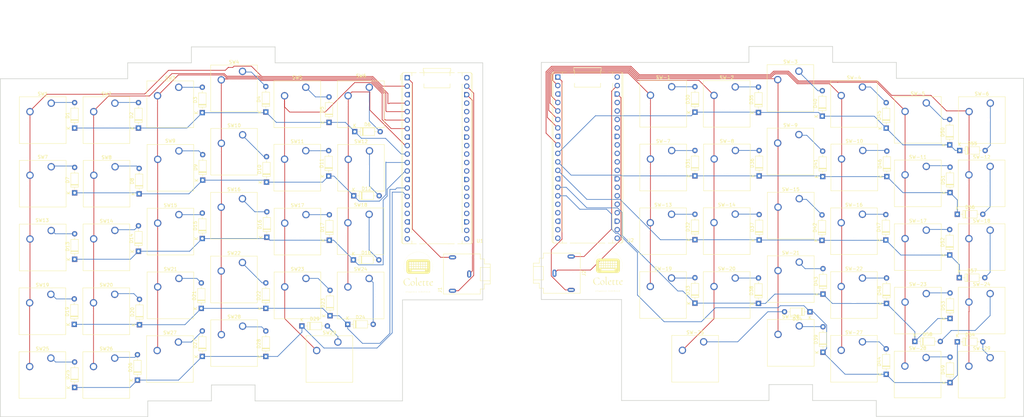
<source format=kicad_pcb>
(kicad_pcb (version 20241229) (generator "pcbnew") (generator_version "9.0")
  (layers (0 "F.Cu" signal) (2 "B.Cu" signal) (13 "F.Paste" user) (15 "B.Paste" user) (5 "F.SilkS" user "F.Silkscreen") (7 "B.SilkS" user "B.Silkscreen") (1 "F.Mask" user) (3 "B.Mask" user) (25 "Edge.Cuts" user))
  (net 0 "")
  (net 1 "Net-(D1-A)")
  (net 2 "ROW1")
  (net 3 "Net-(D2-A)")
  (net 4 "Net-(D3-A)")
  (net 5 "Net-(D4-A)")
  (net 6 "Net-(D5-A)")
  (net 7 "Net-(D6-A)")
  (net 8 "ROW2")
  (net 9 "Net-(D7-A)")
  (net 10 "Net-(D8-A)")
  (net 11 "Net-(D9-A)")
  (net 12 "Net-(D10-A)")
  (net 13 "Net-(D11-A)")
  (net 14 "Net-(D12-A)")
  (net 15 "ROW3")
  (net 16 "Net-(D13-A)")
  (net 17 "Net-(D14-A)")
  (net 18 "Net-(D15-A)")
  (net 19 "Net-(D16-A)")
  (net 20 "Net-(D17-A)")
  (net 21 "Net-(D18-A)")
  (net 22 "Net-(D19-A)")
  (net 23 "ROW4")
  (net 24 "Net-(D20-A)")
  (net 25 "Net-(D21-A)")
  (net 26 "Net-(D22-A)")
  (net 27 "Net-(D23-A)")
  (net 28 "Net-(D24-A)")
  (net 29 "ROW5")
  (net 30 "Net-(D25-A)")
  (net 31 "Net-(D26-A)")
  (net 32 "Net-(D27-A)")
  (net 33 "Net-(D28-A)")
  (net 34 "Net-(D29-A)")
  (net 35 "COL1")
  (net 36 "COL2")
  (net 37 "COL3")
  (net 38 "COL4")
  (net 39 "COL5")
  (net 40 "COL6")
  (net 56 "Net-(J1-PadS)")
  (net 58 "Net-(U1-GPIO0)")
  (net 60 "Net-(U1-VSYS)")
  (net 70 "Net-(D30-A)")
  (net 71 "RROW1")
  (net 72 "RROW2")
  (net 73 "Net-(D31-A)")
  (net 74 "RROW3")
  (net 75 "Net-(D32-A)")
  (net 76 "RROW4")
  (net 77 "Net-(D33-A)")
  (net 78 "Net-(D34-A)")
  (net 79 "RROW5")
  (net 80 "Net-(D35-A)")
  (net 81 "Net-(D36-A)")
  (net 82 "Net-(D37-A)")
  (net 83 "Net-(D38-A)")
  (net 84 "Net-(D39-A)")
  (net 85 "Net-(D40-A)")
  (net 86 "Net-(D41-A)")
  (net 87 "Net-(D42-A)")
  (net 88 "Net-(D43-A)")
  (net 89 "Net-(D44-A)")
  (net 90 "Net-(D45-A)")
  (net 91 "Net-(D46-A)")
  (net 92 "Net-(D47-A)")
  (net 93 "Net-(D48-A)")
  (net 94 "Net-(D49-A)")
  (net 95 "Net-(D50-A)")
  (net 96 "Net-(D51-A)")
  (net 97 "Net-(D52-A)")
  (net 98 "Net-(D53-A)")
  (net 99 "Net-(D54-A)")
  (net 100 "Net-(D55-A)")
  (net 101 "Net-(D56-A)")
  (net 102 "Net-(D57-A)")
  (net 103 "Net-(D58-A)")
  (net 104 "Net-(U2-GPIO0)")
  (net 105 "Net-(U2-VSYS)")
  (net 106 "Net-(J2-PadS)")
  (net 107 "RCOL1")
  (net 108 "RCOL2")
  (net 109 "RCOL3")
  (net 110 "RCOL4")
  (net 111 "RCOL5")
  (net 112 "RCOL6")
  (footprint "Button_Switch_Keyboard:SW_Cherry_MX_1.00u_PCB" (layer "F.Cu") (at 323.075 87.1075)
    (property "Reference" "SW-18")
    (property "Value" "SW_Push")
  )
  (footprint "Diode_THT:D_DO-35_SOD27_P7.62mm_Horizontal" (layer "F.Cu") (at 87.52 72.1275 90)
    (property "Reference" "D9")
    (property "Value" "1N4148")
  )
  (footprint "Diode_THT:D_DO-35_SOD27_P7.62mm_Horizontal" (layer "F.Cu") (at 291.975 130.265 90)
    (property "Reference" "D44")
    (property "Value" "1N4148")
  )
  (footprint "Diode_THT:D_DO-35_SOD27_P7.62mm_Horizontal" (layer "F.Cu") (at 87.42 51.9275 90)
    (property "Reference" "D3")
    (property "Value" "1N4148")
  )
  (footprint "Diode_THT:D_DO-35_SOD27_P7.62mm_Horizontal" (layer "F.Cu") (at 106.72 89.2275 90)
    (property "Reference" "D16")
    (property "Value" "1N4148")
  )
  (footprint "Diode_THT:D_DO-35_SOD27_P7.62mm_Horizontal" (layer "F.Cu") (at 49.22 56.5275 90)
    (property "Reference" "D1")
    (property "Value" "1N4148")
  )
  (footprint "Button_Switch_Keyboard:SW_Cherry_MX_1.00u_PCB" (layer "F.Cu") (at 61.22 125.42)
    (property "Reference" "SW26")
    (property "Value" "SW_Push")
  )
  (footprint "Button_Switch_Keyboard:SW_Cherry_MX_1.00u_PCB" (layer "F.Cu") (at 137.32 101.5775)
    (property "Reference" "SW24")
    (property "Value" "SW_Push")
  )
  (footprint "Diode_THT:D_DO-35_SOD27_P7.62mm_Horizontal" (layer "F.Cu") (at 106.62 72.7275 90)
    (property "Reference" "D10")
    (property "Value" "1N4148")
  )
  (footprint "Diode_THT:D_DO-35_SOD27_P7.62mm_Horizontal" (layer "F.Cu") (at 234.775 89.965 90)
    (property "Reference" "D32")
    (property "Value" "1N4148")
  )
  (footprint "Diode_THT:D_DO-35_SOD27_P7.62mm_Horizontal" (layer "F.Cu") (at 272.775 90.155 90)
    (property "Reference" "D42")
    (property "Value" "1N4148")
  )
  (footprint "Button_Switch_Keyboard:SW_Cherry_MX_1.00u_PCB" (layer "F.Cu") (at 303.925 125.2675)
    (property "Reference" "SW-28")
    (property "Value" "SW_Push")
  )
  (footprint "Button_Switch_Keyboard:SW_Cherry_MX_1.00u_PCB" (layer "F.Cu") (at 265.975 96.6825)
    (property "Reference" "SW-21")
    (property "Value" "SW_Push")
  )
  (footprint "Button_Switch_Keyboard:SW_Cherry_MX_2.00u_PCB" (layer "F.Cu") (at 127.97 120.6175)
    (property "Reference" "SW29")
    (property "Value" "SW_Push")
  )
  (footprint "Diode_THT:D_DO-35_SOD27_P7.62mm_Horizontal" (layer "F.Cu") (at 106.42 124.9275 90)
    (property "Reference" "D28")
    (property "Value" "1N4148")
  )
  (footprint "Button_Switch_Keyboard:SW_Cherry_MX_1.00u_PCB" (layer "F.Cu") (at 99.42 96.795)
    (property "Reference" "SW22")
    (property "Value" "SW_Push")
  )
  (footprint "Diode_THT:D_DO-35_SOD27_P7.62mm_Horizontal" (layer "F.Cu") (at 125.62 112.7275 90)
    (property "Reference" "D23")
    (property "Value" "1N4148")
  )
  (footprint "Connector_Audio:Jack_3.5mm_CUI_SJ1-3523N_Horizontal" (layer "F.Cu") (at 192.75 100 -90)
    (property "Reference" "J2")
    (property "Value" "AudioJack3")
  )
  (footprint "Button_Switch_Keyboard:SW_Cherry_MX_1.00u_PCB" (layer "F.Cu") (at 137.37 44.3175)
    (property "Reference" "SW6")
    (property "Value" "SW_Push")
  )
  (footprint "Diode_THT:D_DO-35_SOD27_P7.62mm_Horizontal" (layer "F.Cu") (at 273.075 106.255 90)
    (property "Reference" "D43")
    (property "Value" "1N4148")
  )
  (footprint "Button_Switch_Keyboard:SW_Cherry_MX_1.00u_PCB" (layer "F.Cu") (at 227.815 63.265)
    (property "Reference" "SW-7")
    (property "Value" "SW_Push")
  )
  (footprint "Diode_THT:D_DO-35_SOD27_P7.62mm_Horizontal" (layer "F.Cu") (at 273.075 123.655 90)
    (property "Reference" "D39")
    (property "Value" "1N4148")
  )
  (footprint "Button_Switch_Keyboard:SW_Cherry_MX_1.00u_PCB" (layer "F.Cu") (at 246.875 63.245)
    (property "Reference" "SW-8")
    (property "Value" "SW_Push")
  )
  (footprint "Button_Switch_Keyboard:SW_Cherry_MX_1.00u_PCB" (layer "F.Cu") (at 303.975 87.1075)
    (property "Reference" "SW-17")
    (property "Value" "SW_Push")
  )
  (footprint "Button_Switch_Keyboard:SW_Cherry_MX_1.00u_PCB" (layer "F.Cu") (at 118.37 63.3175)
    (property "Reference" "SW11")
    (property "Value" "SW_Push")
  )
  (footprint "Button_Switch_Keyboard:SW_Cherry_MX_1.00u_PCB" (layer "F.Cu") (at 118.37 44.3175)
    (property "Reference" "SW5")
    (property "Value" "SW_Push")
  )
  (footprint "Button_Switch_Keyboard:SW_Cherry_MX_1.00u_PCB" (layer "F.Cu") (at 303.975 49.0075)
    (property "Reference" "SW-5")
    (property "Value" "SW_Push")
  )
  (footprint "Button_Switch_Keyboard:SW_Cherry_MX_1.00u_PCB" (layer "F.Cu") (at 80.37 44.3175)
    (property "Reference" "SW3")
    (property "Value" "SW_Push")
  )
  (footprint "Diode_THT:D_DO-35_SOD27_P7.62mm_Horizontal" (layer "F.Cu") (at 311.075 113.555 90)
    (property "Reference" "D53")
    (property "Value" "1N4148")
  )
  (footprint "Button_Switch_Keyboard:SW_Cherry_MX_1.00u_PCB" (layer "F.Cu") (at 284.975 63.245)
    (property "Reference" "SW-10")
    (property "Value" "SW_Push")
  )
  (footprint "Button_Switch_Keyboard:SW_Cherry_MX_2.00u_PCB" (layer "F.Cu") (at 237.375 120.545)
    (property "Reference" "SW-25")
    (property "Value" "SW_Push")
  )
  (footprint "Button_Switch_Keyboard:SW_Cherry_MX_1.00u_PCB" (layer "F.Cu") (at 246.825 82.305)
    (property "Reference" "SW-14")
    (property "Value" "SW_Push")
  )
  (footprint "Button_Switch_Keyboard:SW_Cherry_MX_1.00u_PCB" (layer "F.Cu") (at 284.875 120.545)
    (property "Reference" "SW-27")
    (property "Value" "SW_Push")
  )
  (footprint "Diode_THT:D_DO-35_SOD27_P7.62mm_Horizontal" (layer "F.Cu") (at 133.01 57.6075)
    (property "Reference" "D6")
    (property "Value" "1N4148")
  )
  (footprint "Button_Switch_Keyboard:SW_Cherry_MX_1.00u_PCB" (layer "F.Cu") (at 323.075 68.0075)
    (property "Reference" "SW-12")
    (property "Value" "SW_Push")
  )
  (footprint "Button_Switch_Keyboard:SW_Cherry_MX_1.00u_PCB" (layer "F.Cu") (at 80.42 101.5575)
    (property "Reference" "SW21")
    (property "Value" "SW_Push")
  )
  (footprint "Diode_THT:D_DO-35_SOD27_P7.62mm_Horizontal" (layer "F.Cu") (at 253.775 109.055 90)
    (property "Reference" "D38")
    (property "Value" "1N4148")
  )
  (footprint "Diode_THT:D_DO-35_SOD27_P7.62mm_Horizontal" (layer "F.Cu") (at 234.775 70.855 90)
    (property "Reference" "D31")
    (property "Value" "1N4148")
  )
  (footprint "Button_Switch_Keyboard:SW_Cherry_MX_1.00u_PCB" (layer "F.Cu") (at 265.975 115.7825)
    (property "Reference" "SW-26")
    (property "Value" "SW_Push")
  )
  (footprint "Button_Switch_Keyboard:SW_Cherry_MX_1.00u_PCB" (layer "F.Cu") (at 80.42 82.4575)
    (property "Reference" "SW15")
    (property "Value" "SW_Push")
  )
  (footprint "Diode_THT:D_DO-35_SOD27_P7.62mm_Horizontal" (layer "F.Cu") (at 310.975 94.555 90)
    (property "Reference" "D52")
    (property "Value" "1N4148")
  )
  (footprint "Button_Switch_Keyboard:SW_Cherry_MX_1.00u_PCB" (layer "F.Cu") (at 137.32 82.3575)
    (property "Reference" "SW18")
    (property "Value" "SW_Push")
  )
  (footprint "Diode_THT:D_DO-35_SOD27_P7.62mm_Horizontal" (layer "F.Cu") (at 125.42 90.1175 90)
    (property "Reference" "D17")
    (property "Value" "1N4148")
  )
  (footprint "Button_Switch_Keyboard:SW_Cherry_MX_1.00u_PCB" (layer "F.Cu") (at 80.27 120.6175)
    (property "Reference" "SW27")
    (property "Value" "SW_Push")
  )
  (footprint "Diode_THT:D_DO-35_SOD27_P7.62mm_Horizontal" (layer "F.Cu") (at 253.975 70.855 90)
    (property "Reference" "D36")
    (property "Value" "1N4148")
  )
  (footprint "Button_Switch_Keyboard:SW_Cherry_MX_1.00u_PCB" (layer "F.Cu") (at 227.775 101.445)
    (property "Reference" "SW-19")
    (property "Value" "SW_Push")
  )
  (footprint "Button_Switch_Keyboard:SW_Cherry_MX_1.00u_PCB" (layer "F.Cu") (at 323.125 49.0675)
    (property "Reference" "SW-6")
    (property "Value" "SW_Push")
  )
  (footprint "Diode_THT:D_DO-35_SOD27_P7.62mm_Horizontal" (layer "F.Cu") (at 125.22 70.9075 90)
    (property "Reference" "D11")
    (property "Value" "1N4148")
  )
  (footprint "Diode_THT:D_DO-35_SOD27_P7.62mm_Horizontal" (layer "F.Cu") (at 272.875 52.965 90)
    (property "Reference" "D40")
    (property "Value" "1N4148")
  )
  (footprint "Diode_THT:D_DO-35_SOD27_P7.62mm_Horizontal" (layer "F.Cu") (at 291.875 90.065 90)
    (property "Reference" "D47")
    (property "Value" "1N4148")
  )
  (footprint "Diode_THT:D_DO-35_SOD27_P7.62mm_Horizontal" (layer "F.Cu") (at 68.62 115.4275 90)
    (property "Reference" "D20")
    (property "Value" "1N4148")
  )
  (footprint "Button_Switch_Keyboard:SW_Cherry_MX_1.00u_PCB" (layer "F.Cu") (at 61.27 87.18)
    (property "Reference" "SW14")
    (property "Value" "SW_Push")
  )
  (footprint "Diode_THT:D_DO-35_SOD27_P7.62mm_Horizontal" (layer "F.Cu") (at 313.955 63.245)
    (property "Reference" "D55")
    (property "Value" "1N4148")
  )
  (footprint "Diode_THT:D_DO-35_SOD27_P7.62mm_Horizontal" (layer "F.Cu") (at 292.175 71.055 90)
    (property "Reference" "D46")
    (property "Value" "1N4148")
  )
  (footprint "Diode_THT:D_DO-35_SOD27_P7.62mm_Horizontal" (layer "F.Cu") (at 313.265 120.545)
    (property "Reference" "D54")
    (property "Value" "1N4148")
  )
  (footprint "LOGO" (layer "F.Cu") (at 208.75 99.5)
    (property "Reference" "G***" (hide yes))
    (property "Value" "LOGO" (hide yes))
  )
  (footprint "Button_Switch_Keyboard:SW_Cherry_MX_1.00u_PCB" (layer "F.Cu") (at 284.875 82.345)
    (property "Reference" "SW-16")
    (property "Value" "SW_Push")
  )
  (footprint "Diode_THT:D_DO-35_SOD27_P7.62mm_Horizontal" (layer "F.Cu") (at 49.12 115.3175 90)
    (property "Reference" "D19")
    (property "Value" "1N4148")
  )
  (footprint "Diode_THT:D_DO-35_SOD27_P7.62mm_Horizontal" (layer "F.Cu") (at 49.22 75.9275 90)
    (property "Reference" "D7")
    (property "Value" "1N4148")
  )
  (footprint "Button_Switch_Keyboard:SW_Cherry_MX_1.00u_PCB" (layer "F.Cu") (at 61.27 49.08)
    (property "Reference" "SW2")
    (property "Value" "SW_Push")
  )
  (footprint "Button_Switch_Keyboard:SW_Cherry_MX_1.00u_PCB" (layer "F.Cu") (at 99.47 115.855)
    (property "Reference" "SW28")
    (property "Value" "SW_Push")
  )
  (footprint "Diode_THT:D_DO-35_SOD27_P7.62mm_Horizontal" (layer "F.Cu") (at 125.32 54.8275 90)
    (property "Reference" "D5")
    (property "Value" "1N4148")
  )
  (footprint "Module:RaspberryPi_Pico_Common_THT" (layer "F.Cu") (at 148.72 41.4475)
    (property "Reference" "U1")
    (property "Value" "Pico")
  )
  (footprint "LOGO" (layer "F.Cu") (at 152 99.75)
    (property "Reference" "G***" (hide yes))
    (property "Value" "LOGO" (hide yes))
  )
  (footprint "Button_Switch_Keyboard:SW_Cherry_MX_1.00u_PCB" (layer "F.Cu") (at 42.22 49.08)
    (property "Reference" "SW1")
    (property "Value" "SW_Push")
  )
  (footprint "Diode_THT:D_DO-35_SOD27_P7.62mm_Horizontal" (layer "F.Cu") (at 87.42 89.6175 90)
    (property "Reference" "D15")
    (property "Value" "1N4148")
  )
  (footprint "Button_Switch_Keyboard:SW_Cherry_MX_1.00u_PCB" (layer "F.Cu") (at 303.975 68.0075)
    (property "Reference" "SW-11")
    (property "Value" "SW_Push")
  )
  (footprint "Module:RaspberryPi_Pico_Common_THT" (layer "F.Cu") (at 193.75 41.25)
    (property "Reference" "U2")
    (property "Value" "Pico")
  )
  (footprint "Diode_THT:D_DO-35_SOD27_P7.62mm_Horizontal" (layer "F.Cu") (at 269.185 111.545 180)
    (property "Reference" "D34")
    (property "Value" "1N4148")
  )
  (footprint "Button_Switch_Keyboard:SW_Cherry_MX_1.00u_PCB" (layer "F.Cu") (at 42.22 87.22)
    (property "Reference" "SW13")
    (property "Value" "SW_Push")
  )
  (footprint "Button_Switch_Keyboard:SW_Cherry_MX_1.00u_PCB" (layer "F.Cu") (at 323.075 125.3075)
    (property "Reference" "SW-29")
    (property "Value" "SW_Push")
  )
  (footprint "Diode_THT:D_DO-35_SOD27_P7.62mm_Horizontal" (layer "F.Cu") (at 311.075 132.755 90)
    (property "Reference" "D49")
    (property "Value" "1N4148")
  )
  (footprint "Button_Switch_Keyboard:SW_Cherry_MX_1.00u_PCB" (layer "F.Cu") (at 227.775 82.345)
    (property "Reference" "SW-13")
    (property "Value" "SW_Push")
  )
  (footprint "Diode_THT:D_DO-35_SOD27_P7.62mm_Horizontal" (layer "F.Cu") (at 132.61 96.0075)
    (property "Reference" "D18")
    (property "Value" "1N4148")
  )
  (footprint "Diode_THT:D_DO-35_SOD27_P7.62mm_Horizontal" (layer "F.Cu") (at 313.255 82.345)
    (property "Reference" "D56")
    (property "Value" "1N4148")
  )
  (footprint "Button_Switch_Keyboard:SW_Cherry_MX_1.00u_PCB" (layer "F.Cu") (at 99.44 39.555)
    (property "Reference" "SW4")
    (property "Value" "SW_Push")
  )
  (footprint "Diode_THT:D_DO-35_SOD27_P7.62mm_Horizontal" (layer "F.Cu") (at 300.555 120.445)
    (property "Reference" "D58")
    (property "Value" "1N4148")
  )
  (footprint "Button_Switch_Keyboard:SW_Cherry_MX_1.00u_PCB" (layer "F.Cu") (at 118.42 82.4575)
    (property "Reference" "SW17")
    (property "Value" "SW_Push")
  )
  (footprint "Diode_THT:D_DO-35_SOD27_P7.62mm_Horizontal" (layer "F.Cu") (at 132.7 76.8075)
    (property "Reference" "D12")
    (property "Value" "1N4148")
  )
  (footprint "Button_Switch_Keyboard:SW_Cherry_MX_1.00u_PCB" (layer "F.Cu") (at 284.875 101.445)
    (property "Reference" "SW-22")
    (property "Value" "SW_Push")
  )
  (footprint "Diode_THT:D_DO-35_SOD27_P7.62mm_Horizontal" (layer "F.Cu") (at 87.12 110.5275 90)
    (property "Reference" "D21")
    (property "Value" "1N4148")
  )
  (footprint "Diode_THT:D_DO-35_SOD27_P7.62mm_Horizontal" (layer "F.Cu") (at 311.075 75.865 90)
    (property "Reference" "D51")
    (property "Value" "1N4148")
  )
  (footprint "Diode_THT:D_DO-35_SOD27_P7.62mm_Horizontal" (layer "F.Cu") (at 253.975 90.055 90)
    (property "Reference" "D37")
    (property "Value" "1N4148")
  )
  (footprint "Diode_THT:D_DO-35_SOD27_P7.62mm_Horizontal" (layer "F.Cu") (at 313.855 101.345)
    (property "Reference" "D57")
    (property "Value" "1N4148")
  )
  (footprint "Button_Switch_Keyboard:SW_Cherry_MX_1.00u_PCB" (layer "F.Cu") (at 42.12 125.42)
    (property "Reference" "SW25")
    (property "Value" "SW_Push")
  )
  (footprint "Diode_THT:D_DO-35_SOD27_P7.62mm_Horizontal" (layer "F.Cu") (at 291.975 56.555 90)
    (property "Reference" "D45")
    (property "Value" "1N4148")
  )
  (footprint "Diode_THT:D_DO-35_SOD27_P7.62mm_Horizontal" (layer "F.Cu") (at 272.975 71.065 90)
    (property "Reference" "D41")
    (property "Value" "1N4148")
  )
  (footprint "Diode_THT:D_DO-35_SOD27_P7.62mm_Horizontal" (layer "F.Cu") (at 234.775 108.965 90)
    (property "Reference" "D33")
    (property "Value" "1N4148")
  )
  (footprint "Diode_THT:D_DO-35_SOD27_P7.62mm_Horizontal" (layer "F.Cu") (at 68.32 56.5275 90)
    (property "Reference" "D2")
    (property "Value" "1N4148")
  )
  (footprint "Diode_THT:D_DO-35_SOD27_P7.62mm_Horizontal" (layer "F.Cu") (at 117.21 115.8075)
    (property "Reference" "D29")
    (property "Value" "1N4148")
  )
  (footprint "Button_Switch_Keyboard:SW_Cherry_MX_1.00u_PCB" (layer "F.Cu") (at 265.975 77.6825)
    (property "Reference" "SW-15")
    (property "Value" "SW_Push")
  )
  (footprint "Button_Switch_Keyboard:SW_Cherry_MX_1.00u_PCB" (layer "F.Cu") (at 303.975 106.1075)
    (property "Reference" "SW-23")
    (property "Value" "SW_Push")
  )
  (footprint "Diode_THT:D_DO-35_SOD27_P7.62mm_Horizontal" (layer "F.Cu") (at 130.91 115.3075)
    (property "Reference" "D24")
    (property "Value" "1N4148")
  )
  (footprint "Button_Switch_Keyboard:SW_Cherry_MX_1.00u_PCB" (layer "F.Cu") (at 61.32 68.12)
    (property "Reference" "SW8")
    (property "Value" "SW_Push")
  )
  (footprint "Diode_THT:D_DO-35_SOD27_P7.62mm_Horizontal" (layer "F.Cu") (at 106.42 110.5175 90)
    (property "Reference" "D22")
    (property "Value" "1N4148")
  )
  (footprint "Diode_THT:D_DO-35_SOD27_P7.62mm_Horizontal" (layer "F.Cu") (at 253.775 51.865 90)
    (property "Reference" "D35")
    (property "Value" "1N4148")
  )
  (footprint "Button_Switch_Keyboard:SW_Cherry_MX_1.00u_PCB" (layer "F.Cu") (at 99.42 77.695)
    (property "Reference" "SW16")
    (property "Value" "SW_Push")
  )
  (footprint "Button_Switch_Keyboard:SW_Cherry_MX_1.00u_PCB" (layer "F.Cu") (at 246.825 101.445)
    (property "Reference" "SW-20")
    (property "Value" "SW_Push")
  )
  (footprint "Diode_THT:D_DO-35_SOD27_P7.62mm_Horizontal" (layer "F.Cu") (at 68.02 132.0175 90)
    (property "Reference" "D26")
    (property "Value" "1N4148")
  )
  (footprint "Diode_THT:D_DO-35_SOD27_P7.62mm_Horizontal" (layer "F.Cu") (at 106.42 51.7175 90)
    (property "Reference" "D4")
    (property "Value" "1N4148")
  )
  (footprint "Diode_THT:D_DO-35_SOD27_P7.62mm_Horizontal" (layer "F.Cu") (at 68.32 93.4175 90)
    (property "Reference" "D14")
    (property "Value" "1N4148")
  )
  (footprint "Button_Switch_Keyboard:SW_Cherry_MX_1.00u_PCB" (layer "F.Cu") (at 80.42 63.3575)
    (property "Reference" "SW9")
    (property "Value" "SW_Push")
  )
  (footprint "Button_Switch_Keyboard:SW_Cherry_MX_1.00u_PCB" (layer "F.Cu") (at 265.875 58.4825)
    (property "Reference" "SW-9")
    (property "Value" "SW_Push")
  )
  (footprint "Diode_THT:D_DO-35_SOD27_P7.62mm_Horizontal" (layer "F.Cu") (at 68.52 76.2275 90)
    (property "Reference" "D8")
    (property "Value" "1N4148")
  )
  (footprint "Diode_THT:D_DO-35_SOD27_P7.62mm_Horizontal" (layer "F.Cu") (at 87.42 124.9175 90)
    (property "Reference" "D27")
    (property "Value" "1N4148")
  )
  (footprint "Button_Switch_Keyboard:SW_Cherry_MX_1.00u_PCB" (layer "F.Cu") (at 227.815 44.165)
    (property "Reference" "SW-1")
    (property "Value" "SW_Push")
  )
  (footprint "Connector_Audio:Jack_3.5mm_CUI_SJ1-3523N_Horizontal" (layer "F.Cu") (at 167.25 100.25 90)
    (property "Reference" "J1")
    (property "Value" "AudioJack3")
  )
  (footprint "Button_Switch_Keyboard:SW_Cherry_MX_1.00u_PCB" (layer "F.Cu") (at 99.47 58.555)
    (property "Reference" "SW10")
    (property "Value" "SW_Push")
  )
  (footprint "Button_Switch_Keyboard:SW_Cherry_MX_1.00u_PCB" (layer "F.Cu") (at 323.075 106.1075)
    (property "Reference" "SW-24")
    (property "Value" "SW_Push")
  )
  (footprint "Diode_THT:D_DO-35_SOD27_P7.62mm_Horizontal" (layer "F.Cu") (at 234.775 51.765 90)
    (property "Reference" "D30")
    (property "Value" "1N4148")
  )
  (footprint "Button_Switch_Keyboard:SW_Cherry_MX_1.00u_PCB" (layer "F.Cu") (at 284.875 44.245)
    (property "Reference" "SW-4")
    (property "Value" "SW_Push")
  )
  (footprint "Button_Switch_Keyboard:SW_Cherry_MX_1.00u_PCB" (layer "F.Cu") (at 42.22 68.12)
    (property "Reference" "SW7")
    (property "Value" "SW_Push")
  )
  (footprint "Diode_THT:D_DO-35_SOD27_P7.62mm_Horizontal" (layer "F.Cu") (at 49.22 134.2175 90)
    (property "Reference" "D25")
    (property "Value" "1N4148")
  )
  (footprint "Diode_THT:D_DO-35_SOD27_P7.62mm_Horizontal" (layer "F.Cu") (at 49.22 95.8175 90)
    (property "Reference" "D13")
    (property "Value" "1N4148")
  )
  (footprint "Button_Switch_Keyboard:SW_Cherry_MX_1.00u_PCB" (layer "F.Cu") (at 118.42 101.5575)
    (property "Reference" "SW23")
    (property "Value" "SW_Push")
  )
  (footprint "Button_Switch_Keyboard:SW_Cherry_MX_1.00u_PCB" (layer "F.Cu") (at 246.825 44.205)
    (property "Reference" "SW-2")
    (property "Value" "SW_Push")
  )
  (footprint "Button_Switch_Keyboard:SW_Cherry_MX_1.00u_PCB" (layer "F.Cu") (at 137.42 63.3575)
    (property "Reference" "SW12")
    (property "Value" "SW_Push")
  )
  (footprint "Button_Switch_Keyboard:SW_Cherry_MX_1.00u_PCB" (layer "F.Cu") (at 265.875 39.4825)
    (property "Reference" "SW-3")
    (property "Value" "SW_Push")
  )
  (footprint "Diode_THT:D_DO-35_SOD27_P7.62mm_Horizontal" (layer "F.Cu") (at 310.975 61.565 90)
    (property "Reference" "D50")
    (property "Value" "1N4148")
  )
  (footprint "Button_Switch_Keyboard:SW_Cherry_MX_1.00u_PCB" (layer "F.Cu") (at 42.12 106.32)
    (property "Reference" "SW19")
    (property "Value" "SW_Push")
  )
  (footprint "Button_Switch_Keyboard:SW_Cherry_MX_1.00u_PCB" (layer "F.Cu") (at 61.22 106.32)
    (property "Reference" "SW20")
    (property "Value" "SW_Push")
  )
  (footprint "Diode_THT:D_DO-35_SOD27_P7.62mm_Horizontal" (layer "F.Cu") (at 292.075 109.055 90)
    (property "Reference" "D48")
    (property "Value" "1N4148")
  )
  (gr_line (start 103.2 138.2375) (end 103.2 133.475) (stroke (width 0.2)) (layer "Edge.Cuts"))
  (gr_line (start 103.2 133.475) (end 90.15 133.475) (stroke (width 0.2)) (layer "Edge.Cuts"))
  (gr_line (start 84.15 32.225) (end 109.2 32.225) (stroke (width 0.2)) (layer "Edge.Cuts"))
  (gr_line (start 90.15 133.475) (end 90.15 138.2375) (stroke (width 0.2)) (layer "Edge.Cuts"))
  (gr_line (start 27 41.75) (end 27 143) (stroke (width 0.2)) (layer "Edge.Cuts"))
  (gr_line (start 147.3 138.2375) (end 103.2 138.2375) (stroke (width 0.2)) (layer "Edge.Cuts"))
  (gr_line (start 256.915 138.125) (end 256.915 133.3625) (stroke (width 0.2)) (layer "Edge.Cuts"))
  (gr_line (start 295.015 36.875) (end 275.965 36.875) (stroke (width 0.2)) (layer "Edge.Cuts"))
  (gr_line (start 171.3 36.9875) (end 171.3 107.9875) (stroke (width 0.2)) (layer "Edge.Cuts"))
  (gr_line (start 295.015 41.6375) (end 295.015 36.875) (stroke (width 0.2)) (layer "Edge.Cuts"))
  (gr_line (start 269.965 138.125) (end 289.015 138.125) (stroke (width 0.2)) (layer "Edge.Cuts"))
  (gr_line (start 256.915 133.3625) (end 269.965 133.3625) (stroke (width 0.2)) (layer "Edge.Cuts"))
  (gr_line (start 212.815 107.875) (end 212.815 138.125) (stroke (width 0.2)) (layer "Edge.Cuts"))
  (gr_line (start 171.3 107.9875) (end 147.3 107.9875) (stroke (width 0.2)) (layer "Edge.Cuts"))
  (gr_line (start 90.15 138.2375) (end 71.1 138.2375) (stroke (width 0.2)) (layer "Edge.Cuts"))
  (gr_line (start 333.115 41.6375) (end 295.015 41.6375) (stroke (width 0.2)) (layer "Edge.Cuts"))
  (gr_line (start 65.1 41.75) (end 65.1 36.9875) (stroke (width 0.2)) (layer "Edge.Cuts"))
  (gr_line (start 109.2 32.225) (end 109.2 36.9875) (stroke (width 0.2)) (layer "Edge.Cuts"))
  (gr_line (start 250.915 32.1125) (end 250.915 36.875) (stroke (width 0.2)) (layer "Edge.Cuts"))
  (gr_line (start 289.015 142.8875) (end 333.115 142.8875) (stroke (width 0.2)) (layer "Edge.Cuts"))
  (gr_line (start 289.015 138.125) (end 289.015 142.8875) (stroke (width 0.2)) (layer "Edge.Cuts"))
  (gr_line (start 65.1 36.9875) (end 84.15 36.9875) (stroke (width 0.2)) (layer "Edge.Cuts"))
  (gr_line (start 71.1 143) (end 27 143) (stroke (width 0.2)) (layer "Edge.Cuts"))
  (gr_line (start 109.2 36.9875) (end 171.3 36.9875) (stroke (width 0.2)) (layer "Edge.Cuts"))
  (gr_line (start 71.1 138.2375) (end 71.1 143) (stroke (width 0.2)) (layer "Edge.Cuts"))
  (gr_line (start 27 41.75) (end 65.1 41.75) (stroke (width 0.2)) (layer "Edge.Cuts"))
  (gr_line (start 188.815 107.875) (end 212.815 107.875) (stroke (width 0.2)) (layer "Edge.Cuts"))
  (gr_line (start 275.965 32.1125) (end 250.915 32.1125) (stroke (width 0.2)) (layer "Edge.Cuts"))
  (gr_line (start 147.3 107.9875) (end 147.3 138.2375) (stroke (width 0.2)) (layer "Edge.Cuts"))
  (gr_line (start 275.965 36.875) (end 275.965 32.1125) (stroke (width 0.2)) (layer "Edge.Cuts"))
  (gr_line (start 188.815 36.875) (end 188.815 107.875) (stroke (width 0.2)) (layer "Edge.Cuts"))
  (gr_line (start 212.815 138.125) (end 256.915 138.125) (stroke (width 0.2)) (layer "Edge.Cuts"))
  (gr_line (start 269.965 133.3625) (end 269.965 138.125) (stroke (width 0.2)) (layer "Edge.Cuts"))
  (gr_line (start 250.915 36.875) (end 188.815 36.875) (stroke (width 0.2)) (layer "Edge.Cuts"))
  (gr_line (start 333.115 41.6375) (end 333.115 142.8875) (stroke (width 0.2)) (layer "Edge.Cuts"))
  (gr_line (start 84.15 36.9875) (end 84.15 32.225) (stroke (width 0.2)) (layer "Edge.Cuts"))
  (segment (start 49.18 48.8675) (end 49.22 48.9075) (width 0.2) (layer "B.Cu") (net 1))
  (segment (start 42.22 48.8675) (end 49.18 48.8675) (width 0.2) (layer "B.Cu") (net 1))
  (segment (start 87.42 51.9275) (end 106.21 51.9275) (width 0.2) (layer "B.Cu") (net 2))
  (segment (start 106.21 51.9275) (end 106.42 51.7175) (width 0.2) (layer "B.Cu") (net 2))
  (segment (start 68.32 56.5275) (end 82.82 56.5275) (width 0.2) (layer "B.Cu") (net 2))
  (segment (start 133.01 57.6075) (end 135.01 59.6075) (width 0.2) (layer "B.Cu") (net 2))
  (segment (start 146.92 64.3075) (end 148.14 64.3075) (width 0.2) (layer "B.Cu") (net 2))
  (segment (start 106.42 51.7175) (end 109.53 54.8275) (width 0.2) (layer "B.Cu") (net 2))
  (segment (start 125.32 54.8275) (end 130.23 54.8275) (width 0.2) (layer "B.Cu") (net 2))
  (segment (start 109.53 54.8275) (end 125.32 54.8275) (width 0.2) (layer "B.Cu") (net 2))
  (segment (start 142.22 59.6075) (end 146.92 64.3075) (width 0.2) (layer "B.Cu") (net 2))
  (segment (start 49.22 56.5275) (end 68.32 56.5275) (width 0.2) (layer "B.Cu") (net 2))
  (segment (start 130.23 54.8275) (end 133.01 57.6075) (width 0.2) (layer "B.Cu") (net 2))
  (segment (start 135.01 59.6075) (end 142.22 59.6075) (width 0.2) (layer "B.Cu") (net 2))
  (segment (start 82.82 56.5275) (end 87.42 51.9275) (width 0.2) (layer "B.Cu") (net 2))
  (segment (start 68.28 48.8675) (end 68.32 48.9075) (width 0.2) (layer "B.Cu") (net 3))
  (segment (start 61.27 48.8675) (end 68.28 48.8675) (width 0.2) (layer "B.Cu") (net 3))
  (segment (start 87.41 44.3175) (end 87.42 44.3075) (width 0.2) (layer "B.Cu") (net 4))
  (segment (start 80.37 44.3175) (end 87.41 44.3175) (width 0.2) (layer "B.Cu") (net 4))
  (segment (start 102.09 39.7675) (end 106.42 44.0975) (width 0.2) (layer "B.Cu") (net 5))
  (segment (start 99.44 39.7675) (end 102.09 39.7675) (width 0.2) (layer "B.Cu") (net 5))
  (segment (start 121.26 47.2075) (end 125.32 47.2075) (width 0.2) (layer "B.Cu") (net 6))
  (segment (start 118.37 44.3175) (end 121.26 47.2075) (width 0.2) (layer "B.Cu") (net 6))
  (segment (start 137.37 54.3475) (end 137.37 44.3175) (width 0.2) (layer "B.Cu") (net 7))
  (segment (start 140.63 57.6075) (end 137.37 54.3475) (width 0.2) (layer "B.Cu") (net 7))
  (segment (start 140.42 78.4075) (end 142.32 76.5075) (width 0.2) (layer "B.Cu") (net 8))
  (segment (start 106.62 72.7275) (end 123.4 72.7275) (width 0.2) (layer "B.Cu") (net 8))
  (segment (start 123.4 72.7275) (end 125.22 70.9075) (width 0.2) (layer "B.Cu") (net 8))
  (segment (start 132.7 76.8075) (end 134.3 78.4075) (width 0.2) (layer "B.Cu") (net 8))
  (segment (start 142.32 66.7075) (end 142.46 66.8475) (width 0.2) (layer "B.Cu") (net 8))
  (segment (start 49.22 75.9275) (end 68.22 75.9275) (width 0.2) (layer "B.Cu") (net 8))
  (segment (start 125.22 70.9075) (end 126.8 70.9075) (width 0.2) (layer "B.Cu") (net 8))
  (segment (start 142.32 76.5075) (end 142.32 66.7075) (width 0.2) (layer "B.Cu") (net 8))
  (segment (start 68.22 75.9275) (end 68.52 76.2275) (width 0.2) (layer "B.Cu") (net 8))
  (segment (start 83.42 76.2275) (end 87.52 72.1275) (width 0.2) (layer "B.Cu") (net 8))
  (segment (start 68.52 76.2275) (end 83.42 76.2275) (width 0.2) (layer "B.Cu") (net 8))
  (segment (start 106.02 72.1275) (end 106.62 72.7275) (width 0.2) (layer "B.Cu") (net 8))
  (segment (start 87.52 72.1275) (end 106.02 72.1275) (width 0.2) (layer "B.Cu") (net 8))
  (segment (start 134.3 78.4075) (end 140.42 78.4075) (width 0.2) (layer "B.Cu") (net 8))
  (segment (start 126.8 70.9075) (end 132.7 76.8075) (width 0.2) (layer "B.Cu") (net 8))
  (segment (start 142.46 66.8475) (end 148.14 66.8475) (width 0.2) (layer "B.Cu") (net 8))
  (segment (start 48.82 67.9075) (end 49.22 68.3075) (width 0.2) (layer "B.Cu") (net 9))
  (segment (start 42.22 67.9075) (end 48.82 67.9075) (width 0.2) (layer "B.Cu") (net 9))
  (segment (start 61.32 67.9075) (end 67.82 67.9075) (width 0.2) (layer "B.Cu") (net 10))
  (segment (start 67.82 67.9075) (end 68.52 68.6075) (width 0.2) (layer "B.Cu") (net 10))
  (segment (start 86.37 63.3575) (end 87.52 64.5075) (width 0.2) (layer "B.Cu") (net 11))
  (segment (start 80.42 63.3575) (end 86.37 63.3575) (width 0.2) (layer "B.Cu") (net 11))
  (segment (start 99.47 58.7675) (end 105.81 65.1075) (width 0.2) (layer "B.Cu") (net 12))
  (segment (start 105.81 65.1075) (end 106.62 65.1075) (width 0.2) (layer "B.Cu") (net 12))
  (segment (start 118.37 63.3175) (end 125.19 63.3175) (width 0.2) (layer "B.Cu") (net 13))
  (segment (start 125.19 63.3175) (end 125.22 63.2875) (width 0.2) (layer "B.Cu") (net 13))
  (segment (start 137.42 63.3575) (end 137.42 73.9075) (width 0.2) (layer "B.Cu") (net 14))
  (segment (start 137.42 73.9075) (end 140.32 76.8075) (width 0.2) (layer "B.Cu") (net 14))
  (segment (start 107.61 90.1175) (end 125.42 90.1175) (width 0.2) (layer "B.Cu") (net 15))
  (segment (start 141.52 78.1075) (end 142.72 76.9075) (width 0.2) (layer "B.Cu") (net 15))
  (segment (start 134.11 97.5075) (end 141.52 97.5075) (width 0.2) (layer "B.Cu") (net 15))
  (segment (start 141.52 97.5075) (end 141.52 78.1075) (width 0.2) (layer "B.Cu") (net 15))
  (segment (start 106.33 89.6175) (end 106.72 89.2275) (width 0.2) (layer "B.Cu") (net 15))
  (segment (start 68.32 93.4175) (end 83.62 93.4175) (width 0.2) (layer "B.Cu") (net 15))
  (segment (start 49.22 95.8175) (end 65.92 95.8175) (width 0.2) (layer "B.Cu") (net 15))
  (segment (start 83.62 93.4175) (end 87.42 89.6175) (width 0.2) (layer "B.Cu") (net 15))
  (segment (start 65.92 95.8175) (end 68.32 93.4175) (width 0.2) (layer "B.Cu") (net 15))
  (segment (start 142.72 76.9075) (end 142.72 74.8075) (width 0.2) (layer "B.Cu") (net 15))
  (segment (start 142.72 74.8075) (end 148.14 69.3875) (width 0.2) (layer "B.Cu") (net 15))
  (segment (start 132.61 96.0075) (end 134.11 97.5075) (width 0.2) (layer "B.Cu") (net 15))
  (segment (start 87.42 89.6175) (end 106.33 89.6175) (width 0.2) (layer "B.Cu") (net 15))
  (segment (start 126.72 90.1175) (end 132.61 96.0075) (width 0.2) (layer "B.Cu") (net 15))
  (segment (start 125.42 90.1175) (end 126.72 90.1175) (width 0.2) (layer "B.Cu") (net 15))
  (segment (start 106.72 89.2275) (end 107.61 90.1175) (width 0.2) (layer "B.Cu") (net 15))
  (segment (start 42.22 87.0075) (end 43.41 88.1975) (width 0.2) (layer "B.Cu") (net 16))
  (segment (start 43.41 88.1975) (end 49.22 88.1975) (width 0.2) (layer "B.Cu") (net 16))
  (segment (start 61.27 86.9675) (end 67.15 86.9675) (width 0.2) (layer "B.Cu") (net 17))
  (segment (start 67.15 86.9675) (end 68.32 85.7975) (width 0.2) (layer "B.Cu") (net 17))
  (segment (start 86.96 82.4575) (end 87.42 81.9975) (width 0.2) (layer "B.Cu") (net 18))
  (segment (start 80.42 82.4575) (end 86.96 82.4575) (width 0.2) (layer "B.Cu") (net 18))
  (segment (start 99.42 77.9075) (end 103.12 81.6075) (width 0.2) (layer "B.Cu") (net 19))
  (segment (start 103.12 81.6075) (end 106.72 81.6075) (width 0.2) (layer "B.Cu") (net 19))
  (segment (start 118.42 82.4575) (end 125.38 82.4575) (width 0.2) (layer "B.Cu") (net 20))
  (segment (start 125.38 82.4575) (end 125.42 82.4975) (width 0.2) (layer "B.Cu") (net 20))
  (segment (start 137.32 82.3575) (end 137.32 93.0975) (width 0.2) (layer "B.Cu") (net 21))
  (segment (start 137.32 93.0975) (end 140.23 96.0075) (width 0.2) (layer "B.Cu") (net 21))
  (segment (start 43.71 107.6975) (end 49.12 107.6975) (width 0.2) (layer "B.Cu") (net 22))
  (segment (start 42.12 106.1075) (end 43.71 107.6975) (width 0.2) (layer "B.Cu") (net 22))
  (segment (start 123.41 110.5175) (end 125.62 112.7275) (width 0.2) (layer "B.Cu") (net 23))
  (segment (start 130.91 115.3075) (end 130.91 116.5975) (width 0.2) (layer "B.Cu") (net 23))
  (segment (start 128.33 112.7275) (end 130.91 115.3075) (width 0.2) (layer "B.Cu") (net 23))
  (segment (start 140.52 121.0075) (end 143.52 118.0075) (width 0.2) (layer "B.Cu") (net 23))
  (segment (start 106.41 110.5275) (end 106.42 110.5175) (width 0.2) (layer "B.Cu") (net 23))
  (segment (start 125.62 112.7275) (end 128.33 112.7275) (width 0.2) (layer "B.Cu") (net 23))
  (segment (start 143.52 74.9075) (end 145.16 74.9075) (width 0.2) (layer "B.Cu") (net 23))
  (segment (start 145.16 74.9075) (end 145.6 74.4675) (width 0.2) (layer "B.Cu") (net 23))
  (segment (start 145.6 74.4675) (end 148.72 74.4675) (width 0.2) (layer "B.Cu") (net 23))
  (segment (start 106.42 110.5175) (end 123.41 110.5175) (width 0.2) (layer "B.Cu") (net 23))
  (segment (start 68.62 115.4275) (end 82.22 115.4275) (width 0.2) (layer "B.Cu") (net 23))
  (segment (start 130.91 116.5975) (end 135.32 121.0075) (width 0.2) (layer "B.Cu") (net 23))
  (segment (start 135.32 121.0075) (end 140.52 121.0075) (width 0.2) (layer "B.Cu") (net 23))
  (segment (start 143.52 118.0075) (end 143.52 74.9075) (width 0.2) (layer "B.Cu") (net 23))
  (segment (start 68.51 115.3175) (end 68.62 115.4275) (width 0.2) (layer "B.Cu") (net 23))
  (segment (start 87.12 110.5275) (end 106.41 110.5275) (width 0.2) (layer "B.Cu") (net 23))
  (segment (start 49.12 115.3175) (end 68.51 115.3175) (width 0.2) (layer "B.Cu") (net 23))
  (segment (start 82.22 115.4275) (end 87.12 110.5275) (width 0.2) (layer "B.Cu") (net 23))
  (segment (start 66.92 106.1075) (end 68.62 107.8075) (width 0.2) (layer "B.Cu") (net 24))
  (segment (start 61.22 106.1075) (end 66.92 106.1075) (width 0.2) (layer "B.Cu") (net 24))
  (segment (start 80.42 101.5575) (end 85.77 101.5575) (width 0.2) (layer "B.Cu") (net 25))
  (segment (start 85.77 101.5575) (end 87.12 102.9075) (width 0.2) (layer "B.Cu") (net 25))
  (segment (start 99.42 97.0075) (end 105.31 102.8975) (width 0.2) (layer "B.Cu") (net 26))
  (segment (start 105.31 102.8975) (end 106.42 102.8975) (width 0.2) (layer "B.Cu") (net 26))
  (segment (start 122.07 101.5575) (end 125.62 105.1075) (width 0.2) (layer "B.Cu") (net 27))
  (segment (start 118.42 101.5575) (end 122.07 101.5575) (width 0.2) (layer "B.Cu") (net 27))
  (segment (start 138.53 102.7875) (end 138.53 115.3075) (width 0.2) (layer "B.Cu") (net 28))
  (segment (start 137.32 101.5775) (end 138.53 102.7875) (width 0.2) (layer "B.Cu") (net 28))
  (segment (start 80.32 132.0175) (end 87.42 124.9175) (width 0.2) (layer "B.Cu") (net 29))
  (segment (start 139.6871 122.4075) (end 144.22 117.8746) (width 0.2) (layer "B.Cu") (net 29))
  (segment (start 87.42 124.9175) (end 106.41 124.9175) (width 0.2) (layer "B.Cu") (net 29))
  (segment (start 65.82 134.2175) (end 68.02 132.0175) (width 0.2) (layer "B.Cu") (net 29))
  (segment (start 144.22 75.7075) (end 147.42 75.7075) (width 0.2) (layer "B.Cu") (net 29))
  (segment (start 144.22 117.8746) (end 144.22 75.7075) (width 0.2) (layer "B.Cu") (net 29))
  (segment (start 117.21 115.8075) (end 123.81 122.4075) (width 0.2) (layer "B.Cu") (net 29))
  (segment (start 68.02 132.0175) (end 80.32 132.0175) (width 0.2) (layer "B.Cu") (net 29))
  (segment (start 117.21 117.670565) (end 117.21 115.8075) (width 0.2) (layer "B.Cu") (net 29))
  (segment (start 106.42 124.9275) (end 109.953065 124.9275) (width 0.2) (layer "B.Cu") (net 29))
  (segment (start 123.81 122.4075) (end 139.6871 122.4075) (width 0.2) (layer "B.Cu") (net 29))
  (segment (start 109.953065 124.9275) (end 117.21 117.670565) (width 0.2) (layer "B.Cu") (net 29))
  (segment (start 147.42 75.7075) (end 148.72 77.0075) (width 0.2) (layer "B.Cu") (net 29))
  (segment (start 106.41 124.9175) (end 106.42 124.9275) (width 0.2) (layer "B.Cu") (net 29))
  (segment (start 49.22 134.2175) (end 65.82 134.2175) (width 0.2) (layer "B.Cu") (net 29))
  (segment (start 42.12 125.2075) (end 43.51 126.5975) (width 0.2) (layer "B.Cu") (net 30))
  (segment (start 43.51 126.5975) (end 49.22 126.5975) (width 0.2) (layer "B.Cu") (net 30))
  (segment (start 61.22 125.2075) (end 67.21 125.2075) (width 0.2) (layer "B.Cu") (net 31))
  (segment (start 67.21 125.2075) (end 68.02 124.3975) (width 0.2) (layer "B.Cu") (net 31))
  (segment (start 80.27 120.6175) (end 84.1 120.6175) (width 0.2) (layer "B.Cu") (net 32))
  (segment (start 84.1 120.6175) (end 87.42 117.2975) (width 0.2) (layer "B.Cu") (net 32))
  (segment (start 99.47 116.0675) (end 105.18 116.0675) (width 0.2) (layer "B.Cu") (net 33))
  (segment (start 105.18 116.0675) (end 106.42 117.3075) (width 0.2) (layer "B.Cu") (net 33))
  (segment (start 127.97 120.6175) (end 127.97 118.9475) (width 0.2) (layer "B.Cu") (net 34))
  (segment (start 127.97 118.9475) (end 124.83 115.8075) (width 0.2) (layer "B.Cu") (net 34))
  (segment (start 58.9 46.4075) (end 58.98 46.3275) (width 0.2) (layer "F.Cu") (net 35))
  (segment (start 35.77 127.7475) (end 35.77 108.6475) (width 0.2) (layer "F.Cu") (net 35))
  (segment (start 77.32 39.2275) (end 94.32 39.2275) (width 0.2) (layer "F.Cu") (net 35))
  (segment (start 35.87 108.5475) (end 35.87 51.4075) (width 0.2) (layer "F.Cu") (net 35))
  (segment (start 138.406714 41.1045) (end 141.304857 44.002643) (width 0.2) (layer "F.Cu") (net 35))
  (segment (start 96.541 38.3665) (end 96.9075 38) (width 0.2) (layer "F.Cu") (net 35))
  (segment (start 105.2 41.1045) (end 138.406714 41.1045) (width 0.2) (layer "F.Cu") (net 35))
  (segment (start 102.0955 38) (end 105.2 41.1045) (width 0.2) (layer "F.Cu") (net 35))
  (segment (start 141.304857 44.002643) (end 141.32 43.9875) (width 0.2) (layer "F.Cu") (net 35))
  (segment (start 95.22 38.3275) (end 95.259 38.3665) (width 0.2) (layer "F.Cu") (net 35))
  (segment (start 35.77 108.6475) (end 35.87 108.5475) (width 0.2) (layer "F.Cu") (net 35))
  (segment (start 70.22 46.3275) (end 77.32 39.2275) (width 0.2) (layer "F.Cu") (net 35))
  (segment (start 141.32 43.9875) (end 148.14 43.9875) (width 0.2) (layer "F.Cu") (net 35))
  (segment (start 58.98 46.3275) (end 70.22 46.3275) (width 0.2) (layer "F.Cu") (net 35))
  (segment (start 94.32 39.2275) (end 95.22 38.3275) (width 0.2) (layer "F.Cu") (net 35))
  (segment (start 40.87 46.4075) (end 58.9 46.4075) (width 0.2) (layer "F.Cu") (net 35))
  (segment (start 35.87 51.4075) (end 40.87 46.4075) (width 0.2) (layer "F.Cu") (net 35))
  (segment (start 95.259 38.3665) (end 96.541 38.3665) (width 0.2) (layer "F.Cu") (net 35))
  (segment (start 96.9075 38) (end 102.0955 38) (width 0.2) (layer "F.Cu") (net 35))
  (segment (start 54.92 51.4075) (end 59.4 46.9275) (width 0.2) (layer "F.Cu") (net 36))
  (segment (start 104.799 41.2706) (end 105.0339 41.5055) (width 0.2) (layer "F.Cu") (net 36))
  (segment (start 143.32 49.2075) (end 143.46 49.0675) (width 0.2) (layer "F.Cu") (net 36))
  (segment (start 138.240614 41.5055) (end 140.903857 44.168743) (width 0.2) (layer "F.Cu") (net 36))
  (segment (start 54.92 70.3975) (end 54.97 70.4475) (width 0.2) (layer "F.Cu") (net 36))
  (segment (start 54.92 89.5075) (end 54.92 108.5975) (width 0.2) (layer "F.Cu") (net 36))
  (segment (start 94.726914 41) (end 104.5284 41) (width 0.2) (layer "F.Cu") (net 36))
  (segment (start 105.3661 41.5055) (end 138.240614 41.5055) (width 0.2) (layer "F.Cu") (net 36))
  (segment (start 143.46 49.0675) (end 148.14 49.0675) (width 0.2) (layer "F.Cu") (net 36))
  (segment (start 59.4 46.9275) (end 71.62 46.9275) (width 0.2) (layer "F.Cu") (net 36))
  (segment (start 54.97 89.4575) (end 54.92 89.5075) (width 0.2) (layer "F.Cu") (net 36))
  (segment (start 105.0339 41.5055) (end 105.3661 41.5055) (width 0.2) (layer "F.Cu") (net 36))
  (segment (start 140.903857 44.168743) (end 141.138757 44.403643) (width 0.2) (layer "F.Cu") (net 36))
  (segment (start 141.138757 44.403643) (end 142.92 46.184886) (width 0.2) (layer "F.Cu") (net 36))
  (segment (start 54.92 51.62) (end 54.92 70.61) (width 0.2) (layer "F.Cu") (net 36))
  (segment (start 142.92 49.2075) (end 143.32 49.2075) (width 0.2) (layer "F.Cu") (net 36))
  (segment (start 104.5284 41) (end 104.799 41.2706) (width 0.2) (layer "F.Cu") (net 36))
  (segment (start 71.62 46.9275) (end 78.32 40.2275) (width 0.2) (layer "F.Cu") (net 36))
  (segment (start 142.92 46.184886) (end 142.92 49.2075) (width 0.2) (layer "F.Cu") (net 36))
  (segment (start 54.92 108.5975) (end 54.87 108.6475) (width 0.2) (layer "F.Cu") (net 36))
  (segment (start 54.87 108.6475) (end 54.87 127.7475) (width 0.2) (layer "F.Cu") (net 36))
  (segment (start 54.97 70.4475) (end 54.97 89.4575) (width 0.2) (layer "F.Cu") (net 36))
  (segment (start 93.954414 40.2275) (end 94.726914 41) (width 0.2) (layer "F.Cu") (net 36))
  (segment (start 78.32 40.2275) (end 93.954414 40.2275) (width 0.2) (layer "F.Cu") (net 36))
  (segment (start 93.788314 40.6285) (end 94.325914 41.1661) (width 0.2) (layer "F.Cu") (net 37))
  (segment (start 140.737757 44.569743) (end 140.972657 44.804643) (width 0.2) (layer "F.Cu") (net 37))
  (segment (start 104.6329 41.6716) (end 104.8678 41.9065) (width 0.2) (layer "F.Cu") (net 37))
  (segment (start 94.560814 41.401) (end 94.651 41.401) (width 0.2) (layer "F.Cu") (net 37))
  (segment (start 94.893014 41.401) (end 104.3623 41.401) (width 0.2) (layer "F.Cu") (net 37))
  (segment (start 104.3623 41.401) (end 104.398 41.4367) (width 0.2) (layer "F.Cu") (net 37))
  (segment (start 74.02 46.8575) (end 74.02 65.8475) (width 0.2) (layer "F.Cu") (net 37))
  (segment (start 94.325914 41.1661) (end 94.560814 41.401) (width 0.2) (layer "F.Cu") (net 37))
  (segment (start 105.5322 41.9065) (end 138.074514 41.9065) (width 0.2) (layer "F.Cu") (net 37))
  (segment (start 104.398 41.4367) (end 104.6329 41.6716) (width 0.2) (layer "F.Cu") (net 37))
  (segment (start 74.07 65.8975) (end 74.07 84.9975) (width 0.2) (layer "F.Cu") (net 37))
  (segment (start 74.07 123.0075) (end 73.92 123.1575) (width 0.2) (layer "F.Cu") (net 37))
  (segment (start 105.2 41.9065) (end 105.5322 41.9065) (width 0.2) (layer "F.Cu") (net 37))
  (segment (start 74.07 104.0975) (end 74.07 123.0075) (width 0.2) (layer "F.Cu") (net 37))
  (segment (start 74.02 46.8575) (end 80.249 40.6285) (width 0.2) (layer "F.Cu") (net 37))
  (segment (start 142.32 46.151986) (end 142.32 51.4075) (width 0.2) (layer "F.Cu") (net 37))
  (segment (start 140.972657 44.804643) (end 142.32 46.151986) (width 0.2) (layer "F.Cu") (net 37))
  (segment (start 74.02 65.8475) (end 74.07 65.8975) (width 0.2) (layer "F.Cu") (net 37))
  (segment (start 74.07 84.9975) (end 74.07 104.0975) (width 0.2) (layer "F.Cu") (net 37))
  (segment (start 142.32 51.4075) (end 142.52 51.6075) (width 0.2) (layer "F.Cu") (net 37))
  (segment (start 94.651 41.401) (end 94.893014 41.401) (width 0.2) (layer "F.Cu") (net 37))
  (segment (start 142.52 51.6075) (end 148.14 51.6075) (width 0.2) (layer "F.Cu") (net 37))
  (segment (start 138.074514 41.9065) (end 140.502857 44.334843) (width 0.2) (layer "F.Cu") (net 37))
  (segment (start 140.502857 44.334843) (end 140.737757 44.569743) (width 0.2) (layer "F.Cu") (net 37))
  (segment (start 104.8678 41.9065) (end 105.2 41.9065) (width 0.2) (layer "F.Cu") (net 37))
  (segment (start 80.249 40.6285) (end 93.788314 40.6285) (width 0.2) (layer "F.Cu") (net 37))
  (segment (start 93.09 41.802) (end 94.394714 41.802) (width 0.2) (layer "F.Cu") (net 38))
  (segment (start 94.726914 41.802) (end 94.8171 41.802) (width 0.2) (layer "F.Cu") (net 38))
  (segment (start 140.101857 44.500943) (end 140.336757 44.735843) (width 0.2) (layer "F.Cu") (net 38))
  (segment (start 93.09 61.2775) (end 93.09 41.802) (width 0.2) (layer "F.Cu") (net 38))
  (segment (start 104.1962 41.802) (end 104.2319 41.8377) (width 0.2) (layer "F.Cu") (net 38))
  (segment (start 94.8171 41.802) (end 95.059114 41.802) (width 0.2) (layer "F.Cu") (net 38))
  (segment (start 94.394714 41.802) (end 94.4849 41.802) (width 0.2) (layer "F.Cu") (net 38))
  (segment (start 93.12 80.3975) (end 93.12 61.3075) (width 0.2) (layer "F.Cu") (net 38))
  (segment (start 142.12 54.0075) (end 142.26 54.1475) (width 0.2) (layer "F.Cu") (net 38))
  (segment (start 105.6983 42.3075) (end 137.908414 42.3075) (width 0.2) (layer "F.Cu") (net 38))
  (segment (start 104.2319 41.8377) (end 104.4668 42.0726) (width 0.2) (layer "F.Cu") (net 38))
  (segment (start 141.82 54.0075) (end 142.12 54.0075) (width 0.2) (layer "F.Cu") (net 38))
  (segment (start 104.7017 42.3075) (end 105.0339 42.3075) (width 0.2) (layer "F.Cu") (net 38))
  (segment (start 93.07 80.4475) (end 93.12 80.3975) (width 0.2) (layer "F.Cu") (net 38))
  (segment (start 105.0339 42.3075) (end 105.3661 42.3075) (width 0.2) (layer "F.Cu") (net 38))
  (segment (start 93.12 61.3075) (end 93.09 61.2775) (width 0.2) (layer "F.Cu") (net 38))
  (segment (start 140.571657 44.970743) (end 140.806557 45.205643) (width 0.2) (layer "F.Cu") (net 38))
  (segment (start 104.4668 42.0726) (end 104.7017 42.3075) (width 0.2) (layer "F.Cu") (net 38))
  (segment (start 93.07 118.5575) (end 93.07 80.4475) (width 0.2) (layer "F.Cu") (net 38))
  (segment (start 140.336757 44.735843) (end 140.571657 44.970743) (width 0.2) (layer "F.Cu") (net 38))
  (segment (start 105.3661 42.3075) (end 105.6983 42.3075) (width 0.2) (layer "F.Cu") (net 38))
  (segment (start 94.4849 41.802) (end 94.726914 41.802) (width 0.2) (layer "F.Cu") (net 38))
  (segment (start 95.059114 41.802) (end 104.1962 41.802) (width 0.2) (layer "F.Cu") (net 38))
  (segment (start 142.26 54.1475) (end 148.14 54.1475) (width 0.2) (layer "F.Cu") (net 38))
  (segment (start 137.908414 42.3075) (end 140.101857 44.500943) (width 0.2) (layer "F.Cu") (net 38))
  (segment (start 141.82 46.219086) (end 141.82 54.0075) (width 0.2) (layer "F.Cu") (net 38))
  (segment (start 93.12 118.6075) (end 93.07 118.5575) (width 0.2) (layer "F.Cu") (net 38))
  (segment (start 140.806557 45.205643) (end 141.82 46.219086) (width 0.2) (layer "F.Cu") (net 38))
  (segment (start 112.07 65.9075) (end 112.02 65.8575) (width 0.2) (layer "F.Cu") (net 39))
  (segment (start 141.22 46.186186) (end 141.22 54.0075) (width 0.2) (layer "F.Cu") (net 39))
  (segment (start 113.561 51.7485) (end 124.147686 51.7485) (width 0.2) (layer "F.Cu") (net 39))
  (segment (start 143.9 56.6875) (end 148.14 56.6875) (width 0.2) (layer "F.Cu") (net 39))
  (segment (start 132.979686 42.9165) (end 137.950314 42.9165) (width 0.2) (layer "F.Cu") (net 39))
  (segment (start 124.147686 51.7485) (end 132.979686 42.9165) (width 0.2) (layer "F.Cu") (net 39))
  (segment (start 137.950314 42.9165) (end 141.22 46.186186) (width 0.2) (layer "F.Cu") (net 39))
  (segment (start 112.02 46.8575) (end 112.02 50.2075) (width 0.2) (layer "F.Cu") (net 39))
  (segment (start 121.62 123.1575) (end 112.07 113.6075) (width 0.2) (layer "F.Cu") (net 39))
  (segment (start 112.07 104.0975) (end 112.07 84.9975) (width 0.2) (layer "F.Cu") (net 39))
  (segment (start 112.02 65.8575) (end 112.02 46.8575) (width 0.2) (layer "F.Cu") (net 39))
  (segment (start 112.02 50.2075) (end 113.561 51.7485) (width 0.2) (layer "F.Cu") (net 39))
  (segment (start 112.07 113.6075) (end 112.07 104.0975) (width 0.2) (layer "F.Cu") (net 39))
  (segment (start 141.22 54.0075) (end 143.9 56.6875) (width 0.2) (layer "F.Cu") (net 39))
  (segment (start 112.07 84.9975) (end 112.07 65.9075) (width 0.2) (layer "F.Cu") (net 39))
  (segment (start 131.07 65.8975) (end 131.07 46.9075) (width 0.2) (layer "F.Cu") (net 40))
  (segment (start 132.159 45.7185) (end 137.531 45.7185) (width 0.2) (layer "F.Cu") (net 40))
  (segment (start 137.531 45.7185) (end 137.531 51.1585) (width 0.2) (layer "F.Cu") (net 40))
  (segment (start 131.07 84.7975) (end 131.07 65.8975) (width 0.2) (layer "F.Cu") (net 40))
  (segment (start 137.531 51.1585) (end 148.14 61.7675) (width 0.2) (layer "F.Cu") (net 40))
  (segment (start 131.02 46.8575) (end 132.159 45.7185) (width 0.2) (layer "F.Cu") (net 40))
  (segment (start 130.97 84.8975) (end 131.07 84.7975) (width 0.2) (layer "F.Cu") (net 40))
  (segment (start 131.07 46.9075) (end 131.02 46.8575) (width 0.2) (layer "F.Cu") (net 40))
  (segment (start 130.97 104.1175) (end 130.97 84.8975) (width 0.2) (layer "F.Cu") (net 40))
  (segment (start 168.201 99.299) (end 168.201 48.2285) (width 0.2) (layer "F.Cu") (net 56))
  (segment (start 168.201 48.2285) (end 166.5 46.5275) (width 0.2) (layer "F.Cu") (net 56))
  (segment (start 167.25 100.25) (end 168.201 99.299) (width 0.2) (layer "F.Cu") (net 56))
  (segment (start 158.699769 95.25) (end 150.25 86.800231) (width 0.2) (layer "F.Cu") (net 58))
  (segment (start 150.25 86.800231) (end 150.25 42.9775) (width 0.2) (layer "F.Cu") (net 58))
  (segment (start 150.25 42.9775) (end 148.72 41.4475) (width 0.2) (layer "F.Cu") (net 58))
  (segment (start 162.25 95.25) (end 158.699769 95.25) (width 0.2) (layer "F.Cu") (net 58))
  (segment (start 168.602 46.0895) (end 166.5 43.9875) (width 0.2) (layer "F.Cu") (net 60))
  (segment (start 168.602 100.672206) (end 168.602 46.0895) (width 0.2) (layer "F.Cu") (net 60))
  (segment (start 162.25 105.25) (end 164.024206 105.25) (width 0.2) (layer "F.Cu") (net 60))
  (segment (start 164.024206 105.25) (end 168.602 100.672206) (width 0.2) (layer "F.Cu") (net 60))
  (segment (start 234.755 44.165) (end 234.775 44.145) (width 0.2) (layer "B.Cu") (net 70))
  (segment (start 227.815 44.165) (end 234.755 44.165) (width 0.2) (layer "B.Cu") (net 70))
  (segment (start 233.696 52.844) (end 205.016 52.844) (width 0.2) (layer "B.Cu") (net 71))
  (segment (start 310.975 61.565) (end 296.985 61.565) (width 0.2) (layer "B.Cu") (net 71))
  (segment (start 253.775 51.865) (end 271.775 51.865) (width 0.2) (layer "B.Cu") (net 71))
  (segment (start 312.655 63.245) (end 310.975 61.565) (width 0.2) (layer "B.Cu") (net 71))
  (segment (start 288.385 52.965) (end 291.975 56.555) (width 0.2) (layer "B.Cu") (net 71))
  (segment (start 313.955 63.245) (end 312.655 63.245) (width 0.2) (layer "B.Cu") (net 71))
  (segment (start 296.985 61.565) (end 291.975 56.555) (width 0.2) (layer "B.Cu") (net 71))
  (segment (start 271.775 51.865) (end 272.875 52.965) (width 0.2) (layer "B.Cu") (net 71))
  (segment (start 272.875 52.965) (end 288.385 52.965) (width 0.2) (layer "B.Cu") (net 71))
  (segment (start 253.675 51.765) (end 253.775 51.865) (width 0.2) (layer "B.Cu") (net 71))
  (segment (start 234.775 51.765) (end 233.696 52.844) (width 0.2) (layer "B.Cu") (net 71))
  (segment (start 205.016 52.844) (end 193.75 64.11) (width 0.2) (layer "B.Cu") (net 71))
  (segment (start 234.775 51.765) (end 253.675 51.765) (width 0.2) (layer "B.Cu") (net 71))
  (segment (start 311.075 75.865) (end 296.985 75.865) (width 0.2) (layer "B.Cu") (net 72))
  (segment (start 253.975 70.855) (end 272.765 70.855) (width 0.2) (layer "B.Cu") (net 72))
  (segment (start 272.765 70.855) (end 272.975 71.065) (width 0.2) (layer "B.Cu") (net 72))
  (segment (start 197.724 70.624) (end 193.75 66.65) (width 0.2) (layer "B.Cu") (net 72))
  (segment (start 272.975 71.065) (end 292.165 71.065) (width 0.2) (layer "B.Cu") (net 72))
  (segment (start 212.90005 70.855) (end 212.66905 70.624) (width 0.2) (layer "B.Cu") (net 72))
  (segment (start 296.985 75.865) (end 292.175 71.055) (width 0.2) (layer "B.Cu") (net 72))
  (segment (start 253.975 70.855) (end 234.775 70.855) (width 0.2) (layer "B.Cu") (net 72))
  (segment (start 234.775 70.855) (end 212.90005 70.855) (width 0.2) (layer "B.Cu") (net 72))
  (segment (start 313.255 78.045) (end 311.075 75.865) (width 0.2) (layer "B.Cu") (net 72))
  (segment (start 212.66905 70.624) (end 197.724 70.624) (width 0.2) (layer "B.Cu") (net 72))
  (segment (start 292.165 71.065) (end 292.175 71.055) (width 0.2) (layer "B.Cu") (net 72))
  (segment (start 313.255 82.345) (end 313.255 78.045) (width 0.2) (layer "B.Cu") (net 72))
  (segment (start 234.745 63.265) (end 234.775 63.235) (width 0.2) (layer "B.Cu") (net 73))
  (segment (start 227.815 63.265) (end 234.745 63.265) (width 0.2) (layer "B.Cu") (net 73))
  (segment (start 272.675 90.055) (end 272.775 90.155) (width 0.2) (layer "B.Cu") (net 74))
  (segment (start 202.471 77.911) (end 193.75 69.19) (width 0.2) (layer "B.Cu") (net 74))
  (segment (start 310.975 94.555) (end 296.365 94.555) (width 0.2) (layer "B.Cu") (net 74))
  (segment (start 224.450184 89.965) (end 212.391184 77.906) (width 0.2) (layer "B.Cu") (net 74))
  (segment (start 313.855 97.435) (end 310.975 94.555) (width 0.2) (layer "B.Cu") (net 74))
  (segment (start 296.365 94.555) (end 291.875 90.065) (width 0.2) (layer "B.Cu") (net 74))
  (segment (start 212.391184 77.906) (end 212.386184 77.911) (width 0.2) (layer "B.Cu") (net 74))
  (segment (start 234.775 89.965) (end 253.885 89.965) (width 0.2) (layer "B.Cu") (net 74))
  (segment (start 313.855 101.345) (end 313.855 97.435) (width 0.2) (layer "B.Cu") (net 74))
  (segment (start 212.386184 77.911) (end 202.471 77.911) (width 0.2) (layer "B.Cu") (net 74))
  (segment (start 253.975 90.055) (end 272.675 90.055) (width 0.2) (layer "B.Cu") (net 74))
  (segment (start 253.885 89.965) (end 253.975 90.055) (width 0.2) (layer "B.Cu") (net 74))
  (segment (start 234.775 89.965) (end 224.450184 89.965) (width 0.2) (layer "B.Cu") (net 74))
  (segment (start 291.785 90.155) (end 291.875 90.065) (width 0.2) (layer "B.Cu") (net 74))
  (segment (start 272.775 90.155) (end 291.785 90.155) (width 0.2) (layer "B.Cu") (net 74))
  (segment (start 227.775 82.345) (end 234.775 82.345) (width 0.2) (layer "B.Cu") (net 75))
  (segment (start 234.775 108.965) (end 231.134 105.324) (width 0.2) (layer "B.Cu") (net 76))
  (segment (start 212.981 81.78395) (end 211.64805 80.451) (width 0.2) (layer "B.Cu") (net 76))
  (segment (start 258.675 106.245) (end 258.685 106.255) (width 0.2) (layer "B.Cu") (net 76))
  (segment (start 258.685 106.255) (end 273.075 106.255) (width 0.2) (layer "B.Cu") (net 76))
  (segment (start 212.981 88.651) (end 212.981 81.78395) (width 0.2) (layer "B.Cu") (net 76))
  (segment (start 253.775 109.055) (end 255.865 109.055) (width 0.2) (layer "B.Cu") (net 76))
  (segment (start 202.451 80.451) (end 196.27 74.27) (width 0.2) (layer "B.Cu") (net 76))
  (segment (start 234.775 108.965) (end 253.685 108.965) (width 0.2) (layer "B.Cu") (net 76))
  (segment (start 311.075 113.555) (end 307.445 113.555) (width 0.2) (layer "B.Cu") (net 76))
  (segment (start 273.075 106.255) (end 275.875 109.055) (width 0.2) (layer "B.Cu") (net 76))
  (segment (start 211.64805 80.451) (end 202.451 80.451) (width 0.2) (layer "B.Cu") (net 76))
  (segment (start 253.685 108.965) (end 253.775 109.055) (width 0.2) (layer "B.Cu") (net 76))
  (segment (start 300.555 120.445) (end 300.555 117.535) (width 0.2) (layer "B.Cu") (net 76))
  (segment (start 300.555 117.535) (end 292.075 109.055) (width 0.2) (layer "B.Cu") (net 76))
  (segment (start 307.445 113.555) (end 300.555 120.445) (width 0.2) (layer "B.Cu") (net 76))
  (segment (start 231.134 105.324) (end 229.654 105.324) (width 0.2) (layer "B.Cu") (net 76))
  (segment (start 275.875 109.055) (end 292.075 109.055) (width 0.2) (layer "B.Cu") (net 76))
  (segment (start 229.654 105.324) (end 212.981 88.651) (width 0.2) (layer "B.Cu") (net 76))
  (segment (start 196.27 74.27) (end 193.75 74.27) (width 0.2) (layer "B.Cu") (net 76))
  (segment (start 255.865 109.055) (end 258.675 106.245) (width 0.2) (layer "B.Cu") (net 76))
  (segment (start 234.675 101.445) (end 234.775 101.345) (width 0.2) (layer "B.Cu") (net 77))
  (segment (start 227.775 101.445) (end 234.675 101.445) (width 0.2) (layer "B.Cu") (net 77))
  (segment (start 247.575 120.545) (end 256.575 111.545) (width 0.2) (layer "B.Cu") (net 78))
  (segment (start 256.575 111.545) (end 261.565 111.545) (width 0.2) (layer "B.Cu") (net 78))
  (segment (start 237.375 120.545) (end 247.575 120.545) (width 0.2) (layer "B.Cu") (net 78))
  (segment (start 211.071 88.071) (end 209.841 86.841) (width 0.2) (layer "B.Cu") (net 79))
  (segment (start 269.185 111.545) (end 267.385 109.745) (width 0.2) (layer "B.Cu") (net 79))
  (segment (start 270.14205 111.545) (end 269.185 111.545) (width 0.2) (layer "B.Cu") (net 79))
  (segment (start 279.685 130.265) (end 291.975 130.265) (width 0.2) (layer "B.Cu") (net 79))
  (segment (start 274.176 122.554) (end 274.176 115.57895) (width 0.2) (layer "B.Cu") (net 79))
  (segment (start 209.841 86.841) (end 209.841 82.338164) (width 0.2) (layer "B.Cu") (net 79))
  (segment (start 313.265 130.565) (end 311.075 132.755) (width 0.2) (layer "B.Cu") (net 79))
  (segment (start 208.354836 80.852) (end 200.332 80.852) (width 0.2) (layer "B.Cu") (net 79))
  (segment (start 217.575 93.8121) (end 211.8339 88.071) (width 0.2) (layer "B.Cu") (net 79))
  (segment (start 240.875 110.345) (end 236.675 114.545) (width 0.2) (layer "B.Cu") (net 79))
  (segment (start 209.841 82.338164) (end 208.354836 80.852) (width 0.2) (layer "B.Cu") (net 79))
  (segment (start 211.8339 88.071) (end 211.071 88.071) (width 0.2) (layer "B.Cu") (net 79))
  (segment (start 267.385 109.745) (end 260.275 109.745) (width 0.2) (layer "B.Cu") (net 79))
  (segment (start 260.275 109.745) (end 259.675 110.345) (width 0.2) (layer "B.Cu") (net 79))
  (segment (start 273.075 123.655) (end 279.685 130.265) (width 0.2) (layer "B.Cu") (net 79))
  (segment (start 291.975 130.265) (end 294.465 132.755) (width 0.2) (layer "B.Cu") (net 79))
  (segment (start 217.575 106.545) (end 217.575 93.8121) (width 0.2) (layer "B.Cu") (net 79))
  (segment (start 259.675 110.345) (end 240.875 110.345) (width 0.2) (layer "B.Cu") (net 79))
  (segment (start 196.29 76.81) (end 193.75 76.81) (width 0.2) (layer "B.Cu") (net 79))
  (segment (start 274.176 115.57895) (end 270.14205 111.545) (width 0.2) (layer "B.Cu") (net 79))
  (segment (start 294.465 132.755) (end 311.075 132.755) (width 0.2) (layer "B.Cu") (net 79))
  (segment (start 273.075 123.655) (end 274.176 122.554) (width 0.2) (layer "B.Cu") (net 79))
  (segment (start 225.575 114.545) (end 217.575 106.545) (width 0.2) (layer "B.Cu") (net 79))
  (segment (start 200.332 80.852) (end 196.29 76.81) (width 0.2) (layer "B.Cu") (net 79))
  (segment (start 236.675 114.545) (end 225.575 114.545) (width 0.2) (layer "B.Cu") (net 79))
  (segment (start 313.265 120.545) (end 313.265 130.565) (width 0.2) (layer "B.Cu") (net 79))
  (segment (start 246.825 44.205) (end 253.735 44.205) (width 0.2) (layer "B.Cu") (net 80))
  (segment (start 253.735 44.205) (end 253.775 44.245) (width 0.2) (layer "B.Cu") (net 80))
  (segment (start 246.875 63.245) (end 253.965 63.245) (width 0.2) (layer "B.Cu") (net 81))
  (segment (start 253.965 63.245) (end 253.975 63.235) (width 0.2) (layer "B.Cu") (net 81))
  (segment (start 246.825 82.305) (end 253.845 82.305) (width 0.2) (layer "B.Cu") (net 82))
  (segment (start 253.845 82.305) (end 253.975 82.435) (width 0.2) (layer "B.Cu") (net 82))
  (segment (start 246.825 101.445) (end 253.765 101.445) (width 0.2) (layer "B.Cu") (net 83))
  (segment (start 253.765 101.445) (end 253.775 101.435) (width 0.2) (layer "B.Cu") (net 83))
  (segment (start 273.035 115.995) (end 273.075 116.035) (width 0.2) (layer "B.Cu") (net 84))
  (segment (start 265.975 115.995) (end 273.035 115.995) (width 0.2) (layer "B.Cu") (net 84))
  (segment (start 271.525 45.345) (end 272.875 45.345) (width 0.2) (layer "B.Cu") (net 85))
  (segment (start 265.875 39.695) (end 271.525 45.345) (width 0.2) (layer "B.Cu") (net 85))
  (segment (start 265.875 58.695) (end 268.225 58.695) (width 0.2) (layer "B.Cu") (net 86))
  (segment (start 268.225 58.695) (end 272.975 63.445) (width 0.2) (layer "B.Cu") (net 86))
  (segment (start 265.975 77.895) (end 268.135 77.895) (width 0.2) (layer "B.Cu") (net 87))
  (segment (start 268.135 77.895) (end 272.775 82.535) (width 0.2) (layer "B.Cu") (net 87))
  (segment (start 265.975 96.895) (end 267.715 98.635) (width 0.2) (layer "B.Cu") (net 88))
  (segment (start 267.715 98.635) (end 273.075 98.635) (width 0.2) (layer "B.Cu") (net 88))
  (segment (start 284.875 120.545) (end 289.875 120.545) (width 0.2) (layer "B.Cu") (net 89))
  (segment (start 289.875 120.545) (end 291.975 122.645) (width 0.2) (layer "B.Cu") (net 89))
  (segment (start 287.285 44.245) (end 291.975 48.935) (width 0.2) (layer "B.Cu") (net 90))
  (segment (start 284.875 44.245) (end 287.285 44.245) (width 0.2) (layer "B.Cu") (net 90))
  (segment (start 284.975 63.245) (end 291.985 63.245) (width 0.2) (layer "B.Cu") (net 91))
  (segment (start 291.985 63.245) (end 292.175 63.435) (width 0.2) (layer "B.Cu") (net 91))
  (segment (start 284.875 82.345) (end 291.775 82.345) (width 0.2) (layer "B.Cu") (net 92))
  (segment (start 291.775 82.345) (end 291.875 82.445) (width 0.2) (layer "B.Cu") (net 92))
  (segment (start 284.875 101.445) (end 292.065 101.445) (width 0.2) (layer "B.Cu") (net 93))
  (segment (start 292.065 101.445) (end 292.075 101.435) (width 0.2) (layer "B.Cu") (net 93))
  (segment (start 303.925 125.055) (end 310.995 125.055) (width 0.2) (layer "B.Cu") (net 94))
  (segment (start 310.995 125.055) (end 311.075 125.135) (width 0.2) (layer "B.Cu") (net 94))
  (segment (start 309.125 53.945) (end 310.975 53.945) (width 0.2) (layer "B.Cu") (net 95))
  (segment (start 303.975 48.795) (end 309.125 53.945) (width 0.2) (layer "B.Cu") (net 95))
  (segment (start 303.975 67.795) (end 310.625 67.795) (width 0.2) (layer "B.Cu") (net 96))
  (segment (start 310.625 67.795) (end 311.075 68.245) (width 0.2) (layer "B.Cu") (net 96))
  (segment (start 310.935 86.895) (end 310.975 86.935) (width 0.2) (layer "B.Cu") (net 97))
  (segment (start 303.975 86.895) (end 310.935 86.895) (width 0.2) (layer "B.Cu") (net 97))
  (segment (start 311.035 105.895) (end 311.075 105.935) (width 0.2) (layer "B.Cu") (net 98))
  (segment (start 303.975 105.895) (end 311.035 105.895) (width 0.2) (layer "B.Cu") (net 98))
  (segment (start 323.075 125.095) (end 320.885 122.905) (width 0.2) (layer "B.Cu") (net 99))
  (segment (start 320.885 122.905) (end 320.885 120.545) (width 0.2) (layer "B.Cu") (net 99))
  (segment (start 323.125 61.695) (end 321.575 63.245) (width 0.2) (layer "B.Cu") (net 100))
  (segment (start 323.125 48.855) (end 323.125 61.695) (width 0.2) (layer "B.Cu") (net 100))
  (segment (start 323.075 67.795) (end 323.075 80.145) (width 0.2) (layer "B.Cu") (net 101))
  (segment (start 323.075 80.145) (end 320.875 82.345) (width 0.2) (layer "B.Cu") (net 101))
  (segment (start 323.075 99.745) (end 321.475 101.345) (width 0.2) (layer "B.Cu") (net 102))
  (segment (start 323.075 86.895) (end 323.075 99.745) (width 0.2) (layer "B.Cu") (net 102))
  (segment (start 318.605 117.145) (end 311.375 117.145) (width 0.2) (layer "B.Cu") (net 103))
  (segment (start 311.375 117.245) (end 308.175 120.445) (width 0.2) (layer "B.Cu") (net 103))
  (segment (start 311.375 117.145) (end 311.375 117.245) (width 0.2) (layer "B.Cu") (net 103))
  (segment (start 323.075 112.675) (end 318.605 117.145) (width 0.2) (layer "B.Cu") (net 103))
  (segment (start 323.075 105.895) (end 323.075 112.675) (width 0.2) (layer "B.Cu") (net 103))
  (segment (start 191.799 93.01805) (end 195 89.81705) (width 0.2) (layer "F.Cu") (net 104))
  (segment (start 195.975794 105) (end 191.799 100.823206) (width 0.2) (layer "F.Cu") (net 104))
  (segment (start 195 42.5) (end 193.75 41.25) (width 0.2) (layer "F.Cu") (net 104))
  (segment (start 197.75 105) (end 195.975794 105) (width 0.2) (layer "F.Cu") (net 104))
  (segment (start 191.799 100.823206) (end 191.799 93.01805) (width 0.2) (layer "F.Cu") (net 104))
  (segment (start 195 89.81705) (end 195 42.5) (width 0.2) (layer "F.Cu") (net 104))
  (segment (start 209.841 86.761731) (end 201.602731 95) (width 0.2) (layer "F.Cu") (net 105))
  (segment (start 209.841 45.479) (end 209.841 86.761731) (width 0.2) (layer "F.Cu") (net 105))
  (segment (start 201.602731 95) (end 197.75 95) (width 0.2) (layer "F.Cu") (net 105))
  (segment (start 211.53 43.79) (end 209.841 45.479) (width 0.2) (layer "F.Cu") (net 105))
  (segment (start 193.701 99.049) (end 192.75 100) (width 0.2) (layer "F.Cu") (net 106))
  (segment (start 212.636 89.96105) (end 203.54805 99.049) (width 0.2) (layer "F.Cu") (net 106))
  (segment (start 211.53 46.33) (end 212.636 47.436) (width 0.2) (layer "F.Cu") (net 106))
  (segment (start 203.54805 99.049) (end 193.701 99.049) (width 0.2) (layer "F.Cu") (net 106))
  (segment (start 212.636 47.436) (end 212.636 89.96105) (width 0.2) (layer "F.Cu") (net 106))
  (segment (start 221.465 46.705) (end 221.465 65.805) (width 0.2) (layer "F.Cu") (net 107))
  (segment (start 221.465 46.705) (end 214.805 40.045) (width 0.2) (layer "F.Cu") (net 107))
  (segment (start 221.465 84.845) (end 221.425 84.885) (width 0.2) (layer "F.Cu") (net 107))
  (segment (start 214.805 40.045) (end 192.705 40.045) (width 0.2) (layer "F.Cu") (net 107))
  (segment (start 221.465 65.805) (end 221.465 84.845) (width 0.2) (layer "F.Cu") (net 107))
  (segment (start 192.25 40.5) (end 192.25 42.29) (width 0.2) (layer "F.Cu") (net 107))
  (segment (start 221.425 84.885) (end 221.425 103.985) (width 0.2) (layer "F.Cu") (net 107))
  (segment (start 192.705 40.045) (end 192.25 40.5) (width 0.2) (layer "F.Cu") (net 107))
  (segment (start 192.25 42.29) (end 193.75 43.79) (width 0.2) (layer "F.Cu") (net 107))
  (segment (start 217.5721 42.245) (end 214.9711 39.644) (width 0.2) (layer "F.Cu") (net 108))
  (segment (start 240.475 46.745) (end 240.475 103.985) (width 0.2) (layer "F.Cu") (net 108))
  (segment (start 235.975 42.245) (end 217.5721 42.245) (width 0.2) (layer "F.Cu") (net 108))
  (segment (start 240.475 103.985) (end 240.475 113.635) (width 0.2) (layer "F.Cu") (net 108))
  (segment (start 240.475 46.745) (end 235.975 42.245) (width 0.2) (layer "F.Cu") (net 108))
  (segment (start 192.5389 39.644) (end 191.849 40.3339) (width 0.2) (layer "F.Cu") (net 108))
  (segment (start 191.849 40.3339) (end 191.849 46.969) (width 0.2) (layer "F.Cu") (net 108))
  (segment (start 240.475 113.635) (end 231.025 123.085) (width 0.2) (layer "F.Cu") (net 108))
  (segment (start 214.9711 39.644) (end 192.5389 39.644) (width 0.2) (layer "F.Cu") (net 108))
  (segment (start 191.849 46.969) (end 193.75 48.87) (width 0.2) (layer "F.Cu") (net 108))
  (segment (start 259.625 118.535) (end 259.625 42.335) (width 0.2) (layer "F.Cu") (net 109))
  (segment (start 192.3728 39.243) (end 191.448 40.1678) (width 0.2) (layer "F.Cu") (net 109))
  (segment (start 259.625 42.335) (end 259.035 41.745) (width 0.2) (layer "F.Cu") (net 109))
  (segment (start 191.448 40.1678) (end 191.448 49.108) (width 0.2) (layer "F.Cu") (net 109))
  (segment (start 191.448 49.108) (end 193.75 51.41) (width 0.2) (layer "F.Cu") (net 109))
  (segment (start 259.035 41.745) (end 217.6392 41.745) (width 0.2) (layer "F.Cu") (net 109))
  (segment (start 217.6392 41.745) (end 215.1372 39.243) (width 0.2) (layer "F.Cu") (net 109))
  (segment (start 215.1372 39.243) (end 192.3728 39.243) (width 0.2) (layer "F.Cu") (net 109))
  (segment (start 217.8053 41.344) (end 215.3033 38.842) (width 0.2) (layer "F.Cu") (net 110))
  (segment (start 278.675 46.935) (end 278.675 122.935) (width 0.2) (layer "F.Cu") (net 110))
  (segment (start 257.6079 41.344) (end 217.8053 41.344) (width 0.2) (layer "F.Cu") (net 110))
  (segment (start 258.6499 40.302) (end 257.6079 41.344) (width 0.2) (layer "F.Cu") (net 110))
  (segment (start 278.675 122.935) (end 278.525 123.085) (width 0.2) (layer "F.Cu") (net 110))
  (segment (start 192.2067 38.842) (end 191.047 40.0017) (width 0.2) (layer "F.Cu") (net 110))
  (segment (start 265.38 43.25) (end 262.432 40.302) (width 0.2) (layer "F.Cu") (net 110))
  (segment (start 191.047 51.247) (end 193.75 53.95) (width 0.2) (layer "F.Cu") (net 110))
  (segment (start 191.047 40.0017) (end 191.047 51.247) (width 0.2) (layer "F.Cu") (net 110))
  (segment (start 278.525 46.785) (end 274.99 43.25) (width 0.2) (layer "F.Cu") (net 110))
  (segment (start 215.3033 38.842) (end 192.2067 38.842) (width 0.2) (layer "F.Cu") (net 110))
  (segment (start 262.432 40.302) (end 258.6499 40.302) (width 0.2) (layer "F.Cu") (net 110))
  (segment (start 274.99 43.25) (end 265.38 43.25) (width 0.2) (layer "F.Cu") (net 110))
  (segment (start 278.525 46.785) (end 278.675 46.935) (width 0.2) (layer "F.Cu") (net 110))
  (segment (start 262.5981 39.901) (end 258.4838 39.901) (width 0.2) (layer "F.Cu") (net 111))
  (segment (start 277.476 42.844) (end 277.475 42.845) (width 0.2) (layer "F.Cu") (net 111))
  (segment (start 265.5421 42.845) (end 262.5981 39.901) (width 0.2) (layer "F.Cu") (net 111))
  (segment (start 297.625 127.545) (end 297.625 51.335) (width 0.2) (layer "F.Cu") (net 111))
  (segment (start 258.4838 39.901) (end 257.4418 40.943) (width 0.2) (layer "F.Cu") (net 111))
  (segment (start 277.475 42.845) (end 265.5421 42.845) (width 0.2) (layer "F.Cu") (net 111))
  (segment (start 297.625 51.335) (end 289.134 42.844) (width 0.2) (layer "F.Cu") (net 111))
  (segment (start 215.4694 38.441) (end 192.0406 38.441) (width 0.2) (layer "F.Cu") (net 111))
  (segment (start 289.134 42.844) (end 277.476 42.844) (width 0.2) (layer "F.Cu") (net 111))
  (segment (start 297.575 127.595) (end 297.625 127.545) (width 0.2) (layer "F.Cu") (net 111))
  (segment (start 257.4418 40.943) (end 217.9714 40.943) (width 0.2) (layer "F.Cu") (net 111))
  (segment (start 192.0406 38.441) (end 190.646 39.8356) (width 0.2) (layer "F.Cu") (net 111))
  (segment (start 190.646 53.386) (end 193.75 56.49) (width 0.2) (layer "F.Cu") (net 111))
  (segment (start 190.646 39.8356) (end 190.646 53.386) (width 0.2) (layer "F.Cu") (net 111))
  (segment (start 217.9714 40.943) (end 215.4694 38.441) (width 0.2) (layer "F.Cu") (net 111))
  (segment (start 190.245 39.6695) (end 190.245 58.065) (width 0.2) (layer "F.Cu") (net 112))
  (segment (start 262.7642 39.5) (end 258.3177 39.5) (width 0.2) (layer "F.Cu") (net 112))
  (segment (start 316.775 51.395) (end 310.025 51.395) (width 0.2) (layer "F.Cu") (net 112))
  (segment (start 191.8745 38.04) (end 190.245 39.6695) (width 0.2) (layer "F.Cu") (net 112))
  (segment (start 265.7082 42.444) (end 262.7642 39.5) (width 0.2) (layer "F.Cu") (net 112))
  (segment (start 316.725 127.635) (end 316.725 111.495) (width 0.2) (layer "F.Cu") (net 112))
  (segment (start 215.6355 38.04) (end 191.8745 38.04) (width 0.2) (layer "F.Cu") (net 112))
  (segment (start 218.1375 40.542) (end 215.6355 38.04) (width 0.2) (layer "F.Cu") (net 112))
  (segment (start 257.2757 40.542) (end 218.1375 40.542) (width 0.2) (layer "F.Cu") (net 112))
  (segment (start 289.3011 42.444) (end 265.7082 42.444) (width 0.2) (layer "F.Cu") (net 112))
  (segment (start 293.6021 46.745) (end 289.3011 42.444) (width 0.2) (layer "F.Cu") (net 112))
  (segment (start 310.025 51.395) (end 305.375 46.745) (width 0.2) (layer "F.Cu") (net 112))
  (segment (start 190.245 58.065) (end 193.75 61.57) (width 0.2) (layer "F.Cu") (net 112))
  (segment (start 258.3177 39.5) (end 257.2757 40.542) (width 0.2) (layer "F.Cu") (net 112))
  (segment (start 316.725 111.495) (end 316.775 111.445) (width 0.2) (layer "F.Cu") (net 112))
  (segment (start 316.775 111.445) (end 316.775 51.395) (width 0.2) (layer "F.Cu") (net 112))
  (segment (start 305.375 46.745) (end 293.6021 46.745) (width 0.2) (layer "F.Cu") (net 112))
)
</source>
